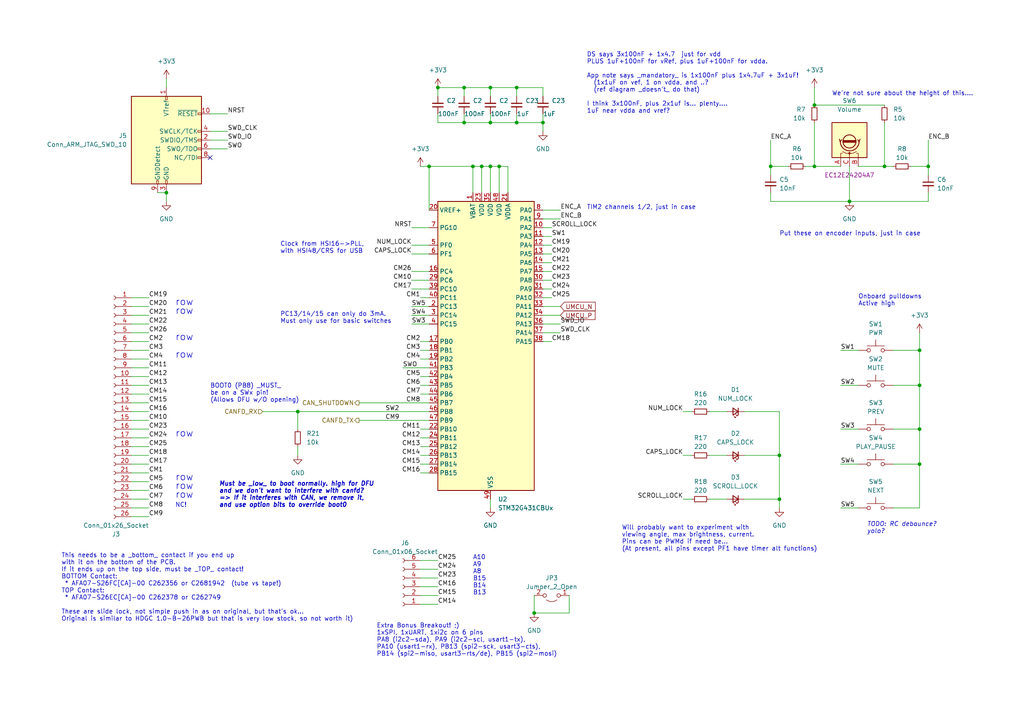
<source format=kicad_sch>
(kicad_sch (version 20230121) (generator eeschema)
  (paper "A4")
  (title_block (title "Das KB4-Bara2") (rev "r2023-12") (company "Ekta Labs") (comment 1 "http://github.com/karlp/das-kb4-bara2"))
  (lib_symbols
    (symbol "Connector:Conn_01x06_Socket" (pin_names (offset 1.016) hide)
      (property "Reference" "J" (at 0 7.62 0))
      (property "Value" "Conn_01x06_Socket" (at 0 -10.16 0))
      (symbol "Conn_01x06_Socket_1_1"
        (arc (start 0 -7.112) (mid -0.5058 -7.62) (end 0 -8.128) (stroke (width 0.1524)))
        (arc (start 0 -4.572) (mid -0.5058 -5.08) (end 0 -5.588) (stroke (width 0.1524)))
        (arc (start 0 -2.032) (mid -0.5058 -2.54) (end 0 -3.048) (stroke (width 0.1524)))
        (polyline (pts (xy -1.27 -7.62) (xy -0.508 -7.62)) (stroke (width 0.1524)))
        (polyline (pts (xy -1.27 -5.08) (xy -0.508 -5.08)) (stroke (width 0.1524)))
        (polyline (pts (xy -1.27 -2.54) (xy -0.508 -2.54)) (stroke (width 0.1524)))
        (polyline (pts (xy -1.27 0) (xy -0.508 0)) (stroke (width 0.1524)))
        (polyline (pts (xy -1.27 2.54) (xy -0.508 2.54)) (stroke (width 0.1524)))
        (polyline (pts (xy -1.27 5.08) (xy -0.508 5.08)) (stroke (width 0.1524)))
        (arc (start 0 0.508) (mid -0.5058 0) (end 0 -0.508) (stroke (width 0.1524)))
        (arc (start 0 3.048) (mid -0.5058 2.54) (end 0 2.032) (stroke (width 0.1524)))
        (arc (start 0 5.588) (mid -0.5058 5.08) (end 0 4.572) (stroke (width 0.1524)))
        (pin passive line (at -5.08 5.08 0) (length 3.81) (name "Pin_1") (number "1"))
        (pin passive line (at -5.08 2.54 0) (length 3.81) (name "Pin_2") (number "2"))
        (pin passive line (at -5.08 0 0) (length 3.81) (name "Pin_3") (number "3"))
        (pin passive line (at -5.08 -2.54 0) (length 3.81) (name "Pin_4") (number "4"))
        (pin passive line (at -5.08 -5.08 0) (length 3.81) (name "Pin_5") (number "5"))
        (pin passive line (at -5.08 -7.62 0) (length 3.81) (name "Pin_6") (number "6"))
      )
    )
    (symbol "Connector:Conn_01x26_Socket" (pin_names (offset 1.016) hide)
      (property "Reference" "J" (at 0 33.02 0))
      (property "Value" "Conn_01x26_Socket" (at 0 -35.56 0))
      (symbol "Conn_01x26_Socket_1_1"
        (arc (start 0 -32.512) (mid -0.5058 -33.02) (end 0 -33.528) (stroke (width 0.1524)))
        (arc (start 0 -29.972) (mid -0.5058 -30.48) (end 0 -30.988) (stroke (width 0.1524)))
        (arc (start 0 -27.432) (mid -0.5058 -27.94) (end 0 -28.448) (stroke (width 0.1524)))
        (arc (start 0 -24.892) (mid -0.5058 -25.4) (end 0 -25.908) (stroke (width 0.1524)))
        (arc (start 0 -22.352) (mid -0.5058 -22.86) (end 0 -23.368) (stroke (width 0.1524)))
        (arc (start 0 -19.812) (mid -0.5058 -20.32) (end 0 -20.828) (stroke (width 0.1524)))
        (arc (start 0 -17.272) (mid -0.5058 -17.78) (end 0 -18.288) (stroke (width 0.1524)))
        (arc (start 0 -14.732) (mid -0.5058 -15.24) (end 0 -15.748) (stroke (width 0.1524)))
        (arc (start 0 -12.192) (mid -0.5058 -12.7) (end 0 -13.208) (stroke (width 0.1524)))
        (arc (start 0 -9.652) (mid -0.5058 -10.16) (end 0 -10.668) (stroke (width 0.1524)))
        (arc (start 0 -7.112) (mid -0.5058 -7.62) (end 0 -8.128) (stroke (width 0.1524)))
        (arc (start 0 -4.572) (mid -0.5058 -5.08) (end 0 -5.588) (stroke (width 0.1524)))
        (arc (start 0 -2.032) (mid -0.5058 -2.54) (end 0 -3.048) (stroke (width 0.1524)))
        (polyline (pts (xy -1.27 -33.02) (xy -0.508 -33.02)) (stroke (width 0.1524)))
        (polyline (pts (xy -1.27 -30.48) (xy -0.508 -30.48)) (stroke (width 0.1524)))
        (polyline (pts (xy -1.27 -27.94) (xy -0.508 -27.94)) (stroke (width 0.1524)))
        (polyline (pts (xy -1.27 -25.4) (xy -0.508 -25.4)) (stroke (width 0.1524)))
        (polyline (pts (xy -1.27 -22.86) (xy -0.508 -22.86)) (stroke (width 0.1524)))
        (polyline (pts (xy -1.27 -20.32) (xy -0.508 -20.32)) (stroke (width 0.1524)))
        (polyline (pts (xy -1.27 -17.78) (xy -0.508 -17.78)) (stroke (width 0.1524)))
        (polyline (pts (xy -1.27 -15.24) (xy -0.508 -15.24)) (stroke (width 0.1524)))
        (polyline (pts (xy -1.27 -12.7) (xy -0.508 -12.7)) (stroke (width 0.1524)))
        (polyline (pts (xy -1.27 -10.16) (xy -0.508 -10.16)) (stroke (width 0.1524)))
        (polyline (pts (xy -1.27 -7.62) (xy -0.508 -7.62)) (stroke (width 0.1524)))
        (polyline (pts (xy -1.27 -5.08) (xy -0.508 -5.08)) (stroke (width 0.1524)))
        (polyline (pts (xy -1.27 -2.54) (xy -0.508 -2.54)) (stroke (width 0.1524)))
        (polyline (pts (xy -1.27 0) (xy -0.508 0)) (stroke (width 0.1524)))
        (polyline (pts (xy -1.27 2.54) (xy -0.508 2.54)) (stroke (width 0.1524)))
        (polyline (pts (xy -1.27 5.08) (xy -0.508 5.08)) (stroke (width 0.1524)))
        (polyline (pts (xy -1.27 7.62) (xy -0.508 7.62)) (stroke (width 0.1524)))
        (polyline (pts (xy -1.27 10.16) (xy -0.508 10.16)) (stroke (width 0.1524)))
        (polyline (pts (xy -1.27 12.7) (xy -0.508 12.7)) (stroke (width 0.1524)))
        (polyline (pts (xy -1.27 15.24) (xy -0.508 15.24)) (stroke (width 0.1524)))
        (polyline (pts (xy -1.27 17.78) (xy -0.508 17.78)) (stroke (width 0.1524)))
        (polyline (pts (xy -1.27 20.32) (xy -0.508 20.32)) (stroke (width 0.1524)))
        (polyline (pts (xy -1.27 22.86) (xy -0.508 22.86)) (stroke (width 0.1524)))
        (polyline (pts (xy -1.27 25.4) (xy -0.508 25.4)) (stroke (width 0.1524)))
        (polyline (pts (xy -1.27 27.94) (xy -0.508 27.94)) (stroke (width 0.1524)))
        (polyline (pts (xy -1.27 30.48) (xy -0.508 30.48)) (stroke (width 0.1524)))
        (arc (start 0 0.508) (mid -0.5058 0) (end 0 -0.508) (stroke (width 0.1524)))
        (arc (start 0 3.048) (mid -0.5058 2.54) (end 0 2.032) (stroke (width 0.1524)))
        (arc (start 0 5.588) (mid -0.5058 5.08) (end 0 4.572) (stroke (width 0.1524)))
        (arc (start 0 8.128) (mid -0.5058 7.62) (end 0 7.112) (stroke (width 0.1524)))
        (arc (start 0 10.668) (mid -0.5058 10.16) (end 0 9.652) (stroke (width 0.1524)))
        (arc (start 0 13.208) (mid -0.5058 12.7) (end 0 12.192) (stroke (width 0.1524)))
        (arc (start 0 15.748) (mid -0.5058 15.24) (end 0 14.732) (stroke (width 0.1524)))
        (arc (start 0 18.288) (mid -0.5058 17.78) (end 0 17.272) (stroke (width 0.1524)))
        (arc (start 0 20.828) (mid -0.5058 20.32) (end 0 19.812) (stroke (width 0.1524)))
        (arc (start 0 23.368) (mid -0.5058 22.86) (end 0 22.352) (stroke (width 0.1524)))
        (arc (start 0 25.908) (mid -0.5058 25.4) (end 0 24.892) (stroke (width 0.1524)))
        (arc (start 0 28.448) (mid -0.5058 27.94) (end 0 27.432) (stroke (width 0.1524)))
        (arc (start 0 30.988) (mid -0.5058 30.48) (end 0 29.972) (stroke (width 0.1524)))
        (pin passive line (at -5.08 30.48 0) (length 3.81) (name "Pin_1") (number "1"))
        (pin passive line (at -5.08 7.62 0) (length 3.81) (name "Pin_10") (number "10"))
        (pin passive line (at -5.08 5.08 0) (length 3.81) (name "Pin_11") (number "11"))
        (pin passive line (at -5.08 2.54 0) (length 3.81) (name "Pin_12") (number "12"))
        (pin passive line (at -5.08 0 0) (length 3.81) (name "Pin_13") (number "13"))
        (pin passive line (at -5.08 -2.54 0) (length 3.81) (name "Pin_14") (number "14"))
        (pin passive line (at -5.08 -5.08 0) (length 3.81) (name "Pin_15") (number "15"))
        (pin passive line (at -5.08 -7.62 0) (length 3.81) (name "Pin_16") (number "16"))
        (pin passive line (at -5.08 -10.16 0) (length 3.81) (name "Pin_17") (number "17"))
        (pin passive line (at -5.08 -12.7 0) (length 3.81) (name "Pin_18") (number "18"))
        (pin passive line (at -5.08 -15.24 0) (length 3.81) (name "Pin_19") (number "19"))
        (pin passive line (at -5.08 27.94 0) (length 3.81) (name "Pin_2") (number "2"))
        (pin passive line (at -5.08 -17.78 0) (length 3.81) (name "Pin_20") (number "20"))
        (pin passive line (at -5.08 -20.32 0) (length 3.81) (name "Pin_21") (number "21"))
        (pin passive line (at -5.08 -22.86 0) (length 3.81) (name "Pin_22") (number "22"))
        (pin passive line (at -5.08 -25.4 0) (length 3.81) (name "Pin_23") (number "23"))
        (pin passive line (at -5.08 -27.94 0) (length 3.81) (name "Pin_24") (number "24"))
        (pin passive line (at -5.08 -30.48 0) (length 3.81) (name "Pin_25") (number "25"))
        (pin passive line (at -5.08 -33.02 0) (length 3.81) (name "Pin_26") (number "26"))
        (pin passive line (at -5.08 25.4 0) (length 3.81) (name "Pin_3") (number "3"))
        (pin passive line (at -5.08 22.86 0) (length 3.81) (name "Pin_4") (number "4"))
        (pin passive line (at -5.08 20.32 0) (length 3.81) (name "Pin_5") (number "5"))
        (pin passive line (at -5.08 17.78 0) (length 3.81) (name "Pin_6") (number "6"))
        (pin passive line (at -5.08 15.24 0) (length 3.81) (name "Pin_7") (number "7"))
        (pin passive line (at -5.08 12.7 0) (length 3.81) (name "Pin_8") (number "8"))
        (pin passive line (at -5.08 10.16 0) (length 3.81) (name "Pin_9") (number "9"))
      )
    )
    (symbol "Connector:Conn_ARM_JTAG_SWD_10" (pin_names (offset 1.016))
      (property "Reference" "J" (at -2.54 16.51 0))
      (property "Value" "Conn_ARM_JTAG_SWD_10" (at -2.54 13.97 0))
      (symbol "Conn_ARM_JTAG_SWD_10_0_1"
        (rectangle (start -10.16 12.7) (end 10.16 -12.7) (stroke (width 0.254)) (fill (type background)))
        (rectangle (start -2.794 -12.7) (end -2.286 -11.684))
        (rectangle (start -0.254 -12.7) (end 0.254 -11.684))
        (rectangle (start -0.254 12.7) (end 0.254 11.684))
        (rectangle (start 9.144 2.286) (end 10.16 2.794))
        (rectangle (start 10.16 -2.794) (end 9.144 -2.286))
        (rectangle (start 10.16 -0.254) (end 9.144 0.254))
        (rectangle (start 10.16 7.874) (end 9.144 7.366))
      )
      (symbol "Conn_ARM_JTAG_SWD_10_1_1"
        (rectangle (start 9.144 -5.334) (end 10.16 -4.826))
        (pin power_in line (at 0 15.24 270) (length 2.54) (name "VTref") (number "1"))
        (pin open_collector line (at 12.7 7.62 180) (length 2.54) (name "~{RESET}") (number "10"))
        (pin bidirectional line (at 12.7 0 180) (length 2.54) (name "SWDIO/TMS") (number "2"))
        (pin power_in line (at 0 -15.24 90) (length 2.54) (name "GND") (number "3"))
        (pin output line (at 12.7 2.54 180) (length 2.54) (name "SWCLK/TCK") (number "4"))
        (pin passive line (at 0 -15.24 90) (length 2.54) hide (name "GND") (number "5"))
        (pin input line (at 12.7 -2.54 180) (length 2.54) (name "SWO/TDO") (number "6"))
        (pin no_connect line (at -10.16 0 0) (length 2.54) hide (name "KEY") (number "7"))
        (pin output line (at 12.7 -5.08 180) (length 2.54) (name "NC/TDI") (number "8"))
        (pin passive line (at -2.54 -15.24 90) (length 2.54) (name "GNDDetect") (number "9"))
      )
    )
    (symbol "Device:C_Small" (pin_numbers hide) (pin_names (offset 0.254) hide)
      (property "Reference" "C" (at 0.254 1.778 0))
      (property "Value" "C_Small" (at 0.254 -2.032 0))
      (symbol "C_Small_0_1"
        (polyline (pts (xy -1.524 -0.508) (xy 1.524 -0.508)) (stroke (width 0.3302)))
        (polyline (pts (xy -1.524 0.508) (xy 1.524 0.508)) (stroke (width 0.3048)))
      )
      (symbol "C_Small_1_1"
        (pin passive line (at 0 2.54 270) (length 2.032) (name "~") (number "1"))
        (pin passive line (at 0 -2.54 90) (length 2.032) (name "~") (number "2"))
      )
    )
    (symbol "Device:LED_Small" (pin_numbers hide) (pin_names (offset 0.254) hide)
      (property "Reference" "D" (at -1.27 3.175 0))
      (property "Value" "LED_Small" (at -4.445 -2.54 0))
      (symbol "LED_Small_0_1"
        (polyline (pts (xy -0.762 -1.016) (xy -0.762 1.016)) (stroke (width 0.254)))
        (polyline (pts (xy 1.016 0) (xy -0.762 0)))
        (polyline (pts (xy 0.762 -1.016) (xy -0.762 0) (xy 0.762 1.016) (xy 0.762 -1.016)) (stroke (width 0.254)))
        (polyline (pts (xy 0 0.762) (xy -0.508 1.27) (xy -0.254 1.27) (xy -0.508 1.27) (xy -0.508 1.016)))
        (polyline (pts (xy 0.508 1.27) (xy 0 1.778) (xy 0.254 1.778) (xy 0 1.778) (xy 0 1.524)))
      )
      (symbol "LED_Small_1_1"
        (pin passive line (at -2.54 0 0) (length 1.778) (name "K") (number "1"))
        (pin passive line (at 2.54 0 180) (length 1.778) (name "A") (number "2"))
      )
    )
    (symbol "Device:R_Small" (pin_numbers hide) (pin_names (offset 0.254) hide)
      (property "Reference" "R" (at 0.762 0.508 0))
      (property "Value" "R_Small" (at 0.762 -1.016 0))
      (symbol "R_Small_0_1"
        (rectangle (start -0.762 1.778) (end 0.762 -1.778) (stroke (width 0.2032)))
      )
      (symbol "R_Small_1_1"
        (pin passive line (at 0 2.54 270) (length 0.762) (name "~") (number "1"))
        (pin passive line (at 0 -2.54 90) (length 0.762) (name "~") (number "2"))
      )
    )
    (symbol "Device:RotaryEncoder" (pin_names (offset 0.254) hide)
      (property "Reference" "SW" (at 0 6.604 0))
      (property "Value" "RotaryEncoder" (at 0 -6.604 0))
      (symbol "RotaryEncoder_0_1"
        (rectangle (start -5.08 5.08) (end 5.08 -5.08) (stroke (width 0.254)) (fill (type background)))
        (circle (center -3.81 0) (radius 0.254) (fill (type outline)))
        (circle (center -0.381 0) (radius 1.905) (stroke (width 0.254)))
        (arc (start -0.381 2.667) (mid -3.0988 -0.0635) (end -0.381 -2.794) (stroke (width 0.254)))
        (polyline (pts (xy -0.635 -1.778) (xy -0.635 1.778)) (stroke (width 0.254)))
        (polyline (pts (xy -0.381 -1.778) (xy -0.381 1.778)) (stroke (width 0.254)))
        (polyline (pts (xy -0.127 1.778) (xy -0.127 -1.778)) (stroke (width 0.254)))
        (polyline (pts (xy -5.08 -2.54) (xy -3.81 -2.54) (xy -3.81 -2.032)))
        (polyline (pts (xy -5.08 2.54) (xy -3.81 2.54) (xy -3.81 2.032)))
        (polyline (pts (xy 0.254 -3.048) (xy -0.508 -2.794) (xy 0.127 -2.413)) (stroke (width 0.254)))
        (polyline (pts (xy 0.254 2.921) (xy -0.508 2.667) (xy 0.127 2.286)) (stroke (width 0.254)))
        (polyline (pts (xy -5.08 0) (xy -3.81 0) (xy -3.81 -1.016) (xy -3.302 -2.032)))
        (polyline (pts (xy -4.318 0) (xy -3.81 0) (xy -3.81 1.016) (xy -3.302 2.032)))
      )
      (symbol "RotaryEncoder_1_1"
        (pin passive line (at -7.62 2.54 0) (length 2.54) (name "A") (number "A"))
        (pin passive line (at -7.62 -2.54 0) (length 2.54) (name "B") (number "B"))
        (pin passive line (at -7.62 0 0) (length 2.54) (name "C") (number "C"))
      )
    )
    (symbol "Jumper:Jumper_2_Open" (pin_names (offset 0) hide)
      (property "Reference" "JP" (at 0 2.794 0))
      (property "Value" "Jumper_2_Open" (at 0 -2.286 0))
      (symbol "Jumper_2_Open_0_0"
        (circle (center -2.032 0) (radius 0.508))
        (circle (center 2.032 0) (radius 0.508))
      )
      (symbol "Jumper_2_Open_0_1"
        (arc (start 1.524 1.27) (mid 0 1.778) (end -1.524 1.27))
      )
      (symbol "Jumper_2_Open_1_1"
        (pin passive line (at -5.08 0 0) (length 2.54) (name "A") (number "1"))
        (pin passive line (at 5.08 0 180) (length 2.54) (name "B") (number "2"))
      )
    )
    (symbol "MCU_ST_STM32G4:STM32G431CBUx"
      (property "Reference" "U" (at -12.7 44.45 0))
      (property "Value" "STM32G431CBUx" (at 10.16 44.45 0))
      (symbol "STM32G431CBUx_0_1"
        (rectangle (start -12.7 -40.64) (end 15.24 43.18) (stroke (width 0.254)) (fill (type background)))
      )
      (symbol "STM32G431CBUx_1_1"
        (pin power_in line (at -2.54 45.72 270) (length 2.54) (name "VBAT") (number "1"))
        (pin bidirectional line (at 17.78 35.56 180) (length 2.54) (name "PA2") (number "10"))
        (pin bidirectional line (at 17.78 33.02 180) (length 2.54) (name "PA3") (number "11"))
        (pin bidirectional line (at 17.78 30.48 180) (length 2.54) (name "PA4") (number "12"))
        (pin bidirectional line (at 17.78 27.94 180) (length 2.54) (name "PA5") (number "13"))
        (pin bidirectional line (at 17.78 25.4 180) (length 2.54) (name "PA6") (number "14"))
        (pin bidirectional line (at 17.78 22.86 180) (length 2.54) (name "PA7") (number "15"))
        (pin bidirectional line (at -15.24 22.86 0) (length 2.54) (name "PC4") (number "16"))
        (pin bidirectional line (at -15.24 2.54 0) (length 2.54) (name "PB0") (number "17"))
        (pin bidirectional line (at -15.24 0 0) (length 2.54) (name "PB1") (number "18"))
        (pin bidirectional line (at -15.24 -2.54 0) (length 2.54) (name "PB2") (number "19"))
        (pin bidirectional line (at -15.24 12.7 0) (length 2.54) (name "PC13") (number "2"))
        (pin input line (at -15.24 40.64 0) (length 2.54) (name "VREF+") (number "20"))
        (pin power_in line (at 7.62 45.72 270) (length 2.54) (name "VDDA") (number "21"))
        (pin bidirectional line (at -15.24 -22.86 0) (length 2.54) (name "PB10") (number "22"))
        (pin power_in line (at 0 45.72 270) (length 2.54) (name "VDD") (number "23"))
        (pin bidirectional line (at -15.24 -25.4 0) (length 2.54) (name "PB11") (number "24"))
        (pin bidirectional line (at -15.24 -27.94 0) (length 2.54) (name "PB12") (number "25"))
        (pin bidirectional line (at -15.24 -30.48 0) (length 2.54) (name "PB13") (number "26"))
        (pin bidirectional line (at -15.24 -33.02 0) (length 2.54) (name "PB14") (number "27"))
        (pin bidirectional line (at -15.24 -35.56 0) (length 2.54) (name "PB15") (number "28"))
        (pin bidirectional line (at -15.24 20.32 0) (length 2.54) (name "PC6") (number "29"))
        (pin bidirectional line (at -15.24 10.16 0) (length 2.54) (name "PC14") (number "3"))
        (pin bidirectional line (at 17.78 20.32 180) (length 2.54) (name "PA8") (number "30"))
        (pin bidirectional line (at 17.78 17.78 180) (length 2.54) (name "PA9") (number "31"))
        (pin bidirectional line (at 17.78 15.24 180) (length 2.54) (name "PA10") (number "32"))
        (pin bidirectional line (at 17.78 12.7 180) (length 2.54) (name "PA11") (number "33"))
        (pin bidirectional line (at 17.78 10.16 180) (length 2.54) (name "PA12") (number "34"))
        (pin power_in line (at 2.54 45.72 270) (length 2.54) (name "VDD") (number "35"))
        (pin bidirectional line (at 17.78 7.62 180) (length 2.54) (name "PA13") (number "36"))
        (pin bidirectional line (at 17.78 5.08 180) (length 2.54) (name "PA14") (number "37"))
        (pin bidirectional line (at 17.78 2.54 180) (length 2.54) (name "PA15") (number "38"))
        (pin bidirectional line (at -15.24 17.78 0) (length 2.54) (name "PC10") (number "39"))
        (pin bidirectional line (at -15.24 7.62 0) (length 2.54) (name "PC15") (number "4"))
        (pin bidirectional line (at -15.24 15.24 0) (length 2.54) (name "PC11") (number "40"))
        (pin bidirectional line (at -15.24 -5.08 0) (length 2.54) (name "PB3") (number "41"))
        (pin bidirectional line (at -15.24 -7.62 0) (length 2.54) (name "PB4") (number "42"))
        (pin bidirectional line (at -15.24 -10.16 0) (length 2.54) (name "PB5") (number "43"))
        (pin bidirectional line (at -15.24 -12.7 0) (length 2.54) (name "PB6") (number "44"))
        (pin bidirectional line (at -15.24 -15.24 0) (length 2.54) (name "PB7") (number "45"))
        (pin bidirectional line (at -15.24 -17.78 0) (length 2.54) (name "PB8") (number "46"))
        (pin bidirectional line (at -15.24 -20.32 0) (length 2.54) (name "PB9") (number "47"))
        (pin power_in line (at 5.08 45.72 270) (length 2.54) (name "VDD") (number "48"))
        (pin power_in line (at 2.54 -43.18 90) (length 2.54) (name "VSS") (number "49"))
        (pin bidirectional line (at -15.24 30.48 0) (length 2.54) (name "PF0") (number "5"))
        (pin bidirectional line (at -15.24 27.94 0) (length 2.54) (name "PF1") (number "6"))
        (pin bidirectional line (at -15.24 35.56 0) (length 2.54) (name "PG10") (number "7"))
        (pin bidirectional line (at 17.78 40.64 180) (length 2.54) (name "PA0") (number "8"))
        (pin bidirectional line (at 17.78 38.1 180) (length 2.54) (name "PA1") (number "9"))
      )
    )
    (symbol "Switch:SW_Push" (pin_numbers hide) (pin_names (offset 1.016) hide)
      (property "Reference" "SW" (at 1.27 2.54 0))
      (property "Value" "SW_Push" (at 0 -1.524 0))
      (symbol "SW_Push_0_1"
        (circle (center -2.032 0) (radius 0.508))
        (polyline (pts (xy 0 1.27) (xy 0 3.048)))
        (polyline (pts (xy 2.54 1.27) (xy -2.54 1.27)))
        (circle (center 2.032 0) (radius 0.508))
        (pin passive line (at -5.08 0 0) (length 2.54) (name "1") (number "1"))
        (pin passive line (at 5.08 0 180) (length 2.54) (name "2") (number "2"))
      )
    )
    (symbol "power:+3V3" (power) (pin_names (offset 0))
      (property "Value" "+3V3" (at 0 3.556 0))
      (symbol "+3V3_0_1"
        (polyline (pts (xy -0.762 1.27) (xy 0 2.54)))
        (polyline (pts (xy 0 0) (xy 0 2.54)))
        (polyline (pts (xy 0 2.54) (xy 0.762 1.27)))
      )
      (symbol "+3V3_1_1"
        (pin power_in line (at 0 0 90) (length 0) hide (name "+3V3") (number "1"))
      )
    )
    (symbol "power:GND" (power) (pin_names (offset 0))
      (property "Value" "GND" (at 0 -3.81 0))
      (symbol "GND_0_1"
        (polyline (pts (xy 0 0) (xy 0 -1.27) (xy 1.27 -1.27) (xy 0 -2.54) (xy -1.27 -1.27) (xy 0 -1.27)))
      )
      (symbol "GND_1_1"
        (pin power_in line (at 0 0 270) (length 0) hide (name "GND") (number "1"))
      )
    )
  )
  (junction (at 134.62 35.56))
  (junction (at 142.24 25.4))
  (junction (at 154.94 177.8))
  (junction (at 139.7 48.26))
  (junction (at 269.24 48.26))
  (junction (at 149.86 35.56))
  (junction (at 142.24 35.56))
  (junction (at 266.7 124.46))
  (junction (at 266.7 134.62))
  (junction (at 266.7 111.76))
  (junction (at 48.26 55.88))
  (junction (at 134.62 25.4))
  (junction (at 142.24 48.26))
  (junction (at 256.54 48.26))
  (junction (at 226.06 144.78))
  (junction (at 236.22 30.48))
  (junction (at 236.22 48.26))
  (junction (at 157.48 35.56))
  (junction (at 137.16 48.26))
  (junction (at 226.06 132.08))
  (junction (at 223.52 48.26))
  (junction (at 86.36 119.38))
  (junction (at 149.86 25.4))
  (junction (at 144.78 48.26))
  (junction (at 246.38 58.42))
  (junction (at 124.46 48.26))
  (junction (at 266.7 101.6))
  (junction (at 127 25.4))
  (no_connect (at 60.96 45.72))
  (wire (pts (xy 43.18 96.52) (xy 38.1 96.52)))
  (wire (pts (xy 43.18 144.78) (xy 38.1 144.78)))
  (wire (pts (xy 43.18 91.44) (xy 38.1 91.44)))
  (wire (pts (xy 266.7 134.62) (xy 266.7 147.32)))
  (wire (pts (xy 243.84 101.6) (xy 248.92 101.6)))
  (wire (pts (xy 127 27.94) (xy 127 25.4)))
  (wire (pts (xy 119.38 71.12) (xy 124.46 71.12)))
  (wire (pts (xy 147.32 48.26) (xy 144.78 48.26)))
  (wire (pts (xy 43.18 88.9) (xy 38.1 88.9)))
  (wire (pts (xy 157.48 60.96) (xy 162.56 60.96)))
  (wire (pts (xy 139.7 48.26) (xy 137.16 48.26)))
  (wire (pts (xy 43.18 101.6) (xy 38.1 101.6)))
  (wire (pts (xy 269.24 58.42) (xy 246.38 58.42)))
  (wire (pts (xy 48.26 22.86) (xy 48.26 25.4)))
  (wire (pts (xy 127 165.1) (xy 121.92 165.1)))
  (wire (pts (xy 223.52 40.64) (xy 223.52 48.26)))
  (wire (pts (xy 134.62 35.56) (xy 142.24 35.56)))
  (wire (pts (xy 157.48 63.5) (xy 162.56 63.5)))
  (wire (pts (xy 165.1 177.8) (xy 154.94 177.8)))
  (wire (pts (xy 142.24 48.26) (xy 142.24 55.88)))
  (wire (pts (xy 160.02 86.36) (xy 157.48 86.36)))
  (wire (pts (xy 243.84 147.32) (xy 248.92 147.32)))
  (wire (pts (xy 121.92 114.3) (xy 124.46 114.3)))
  (wire (pts (xy 266.7 96.52) (xy 266.7 101.6)))
  (wire (pts (xy 205.74 132.08) (xy 210.82 132.08)))
  (wire (pts (xy 160.02 68.58) (xy 157.48 68.58)))
  (wire (pts (xy 43.18 127) (xy 38.1 127)))
  (wire (pts (xy 236.22 35.56) (xy 236.22 48.26)))
  (wire (pts (xy 119.38 91.44) (xy 124.46 91.44)))
  (wire (pts (xy 86.36 119.38) (xy 124.46 119.38)))
  (wire (pts (xy 121.92 132.08) (xy 124.46 132.08)))
  (wire (pts (xy 198.12 119.38) (xy 200.66 119.38)))
  (wire (pts (xy 264.16 48.26) (xy 269.24 48.26)))
  (wire (pts (xy 160.02 78.74) (xy 157.48 78.74)))
  (wire (pts (xy 154.94 172.72) (xy 154.94 177.8)))
  (wire (pts (xy 157.48 91.44) (xy 162.56 91.44)))
  (wire (pts (xy 149.86 35.56) (xy 157.48 35.56)))
  (wire (pts (xy 43.18 139.7) (xy 38.1 139.7)))
  (wire (pts (xy 223.52 48.26) (xy 223.52 50.8)))
  (wire (pts (xy 223.52 55.88) (xy 223.52 58.42)))
  (wire (pts (xy 134.62 25.4) (xy 142.24 25.4)))
  (wire (pts (xy 43.18 106.68) (xy 38.1 106.68)))
  (wire (pts (xy 121.92 137.16) (xy 124.46 137.16)))
  (wire (pts (xy 43.18 129.54) (xy 38.1 129.54)))
  (wire (pts (xy 139.7 48.26) (xy 139.7 55.88)))
  (wire (pts (xy 121.92 109.22) (xy 124.46 109.22)))
  (wire (pts (xy 121.92 162.56) (xy 127 162.56)))
  (wire (pts (xy 127 172.72) (xy 121.92 172.72)))
  (wire (pts (xy 259.08 147.32) (xy 266.7 147.32)))
  (wire (pts (xy 43.18 142.24) (xy 38.1 142.24)))
  (wire (pts (xy 119.38 66.04) (xy 124.46 66.04)))
  (wire (pts (xy 160.02 66.04) (xy 157.48 66.04)))
  (wire (pts (xy 160.02 73.66) (xy 157.48 73.66)))
  (wire (pts (xy 236.22 25.4) (xy 236.22 30.48)))
  (wire (pts (xy 157.48 88.9) (xy 162.56 88.9)))
  (wire (pts (xy 116.84 106.68) (xy 124.46 106.68)))
  (wire (pts (xy 43.18 116.84) (xy 38.1 116.84)))
  (wire (pts (xy 243.84 134.62) (xy 248.92 134.62)))
  (wire (pts (xy 269.24 55.88) (xy 269.24 58.42)))
  (wire (pts (xy 43.18 132.08) (xy 38.1 132.08)))
  (wire (pts (xy 142.24 33.02) (xy 142.24 35.56)))
  (wire (pts (xy 76.2 119.38) (xy 86.36 119.38)))
  (wire (pts (xy 66.04 43.18) (xy 60.96 43.18)))
  (wire (pts (xy 43.18 124.46) (xy 38.1 124.46)))
  (wire (pts (xy 137.16 48.26) (xy 124.46 48.26)))
  (wire (pts (xy 43.18 99.06) (xy 38.1 99.06)))
  (wire (pts (xy 119.38 88.9) (xy 124.46 88.9)))
  (wire (pts (xy 127 170.18) (xy 121.92 170.18)))
  (wire (pts (xy 86.36 119.38) (xy 86.36 124.46)))
  (wire (pts (xy 134.62 27.94) (xy 134.62 25.4)))
  (wire (pts (xy 119.38 93.98) (xy 124.46 93.98)))
  (wire (pts (xy 215.9 119.38) (xy 226.06 119.38)))
  (wire (pts (xy 127 175.26) (xy 121.92 175.26)))
  (wire (pts (xy 124.46 48.26) (xy 121.92 48.26)))
  (wire (pts (xy 43.18 111.76) (xy 38.1 111.76)))
  (wire (pts (xy 43.18 93.98) (xy 38.1 93.98)))
  (wire (pts (xy 119.38 81.28) (xy 124.46 81.28)))
  (wire (pts (xy 149.86 33.02) (xy 149.86 35.56)))
  (wire (pts (xy 121.92 129.54) (xy 124.46 129.54)))
  (wire (pts (xy 43.18 109.22) (xy 38.1 109.22)))
  (wire (pts (xy 142.24 27.94) (xy 142.24 25.4)))
  (wire (pts (xy 43.18 137.16) (xy 38.1 137.16)))
  (wire (pts (xy 246.38 48.26) (xy 246.38 58.42)))
  (wire (pts (xy 43.18 149.86) (xy 38.1 149.86)))
  (wire (pts (xy 121.92 124.46) (xy 124.46 124.46)))
  (wire (pts (xy 266.7 124.46) (xy 266.7 134.62)))
  (wire (pts (xy 142.24 35.56) (xy 149.86 35.56)))
  (wire (pts (xy 45.72 55.88) (xy 48.26 55.88)))
  (wire (pts (xy 137.16 48.26) (xy 137.16 55.88)))
  (wire (pts (xy 259.08 134.62) (xy 266.7 134.62)))
  (wire (pts (xy 226.06 144.78) (xy 226.06 147.32)))
  (wire (pts (xy 127 167.64) (xy 121.92 167.64)))
  (wire (pts (xy 144.78 48.26) (xy 144.78 55.88)))
  (wire (pts (xy 259.08 101.6) (xy 266.7 101.6)))
  (wire (pts (xy 149.86 25.4) (xy 157.48 25.4)))
  (wire (pts (xy 121.92 127) (xy 124.46 127)))
  (wire (pts (xy 223.52 58.42) (xy 246.38 58.42)))
  (wire (pts (xy 43.18 147.32) (xy 38.1 147.32)))
  (wire (pts (xy 43.18 104.14) (xy 38.1 104.14)))
  (wire (pts (xy 157.48 93.98) (xy 162.56 93.98)))
  (wire (pts (xy 160.02 76.2) (xy 157.48 76.2)))
  (wire (pts (xy 198.12 132.08) (xy 200.66 132.08)))
  (wire (pts (xy 157.48 33.02) (xy 157.48 35.56)))
  (wire (pts (xy 104.14 116.84) (xy 124.46 116.84)))
  (wire (pts (xy 215.9 144.78) (xy 226.06 144.78)))
  (wire (pts (xy 256.54 35.56) (xy 256.54 48.26)))
  (wire (pts (xy 48.26 55.88) (xy 48.26 58.42)))
  (wire (pts (xy 160.02 83.82) (xy 157.48 83.82)))
  (wire (pts (xy 269.24 40.64) (xy 269.24 48.26)))
  (wire (pts (xy 226.06 132.08) (xy 226.06 144.78)))
  (wire (pts (xy 160.02 81.28) (xy 157.48 81.28)))
  (wire (pts (xy 121.92 86.36) (xy 124.46 86.36)))
  (wire (pts (xy 236.22 48.26) (xy 243.84 48.26)))
  (wire (pts (xy 43.18 114.3) (xy 38.1 114.3)))
  (wire (pts (xy 160.02 71.12) (xy 157.48 71.12)))
  (wire (pts (xy 215.9 132.08) (xy 226.06 132.08)))
  (wire (pts (xy 142.24 48.26) (xy 139.7 48.26)))
  (wire (pts (xy 147.32 55.88) (xy 147.32 48.26)))
  (wire (pts (xy 243.84 111.76) (xy 248.92 111.76)))
  (wire (pts (xy 233.68 48.26) (xy 236.22 48.26)))
  (wire (pts (xy 121.92 101.6) (xy 124.46 101.6)))
  (wire (pts (xy 269.24 48.26) (xy 269.24 50.8)))
  (wire (pts (xy 60.96 33.02) (xy 66.04 33.02)))
  (wire (pts (xy 104.14 121.92) (xy 124.46 121.92)))
  (wire (pts (xy 157.48 96.52) (xy 162.56 96.52)))
  (wire (pts (xy 43.18 86.36) (xy 38.1 86.36)))
  (wire (pts (xy 266.7 111.76) (xy 266.7 124.46)))
  (wire (pts (xy 259.08 124.46) (xy 266.7 124.46)))
  (wire (pts (xy 43.18 121.92) (xy 38.1 121.92)))
  (wire (pts (xy 157.48 35.56) (xy 157.48 38.1)))
  (wire (pts (xy 119.38 73.66) (xy 124.46 73.66)))
  (wire (pts (xy 259.08 111.76) (xy 266.7 111.76)))
  (wire (pts (xy 124.46 48.26) (xy 124.46 60.96)))
  (wire (pts (xy 127 33.02) (xy 127 35.56)))
  (wire (pts (xy 149.86 27.94) (xy 149.86 25.4)))
  (wire (pts (xy 66.04 40.64) (xy 60.96 40.64)))
  (wire (pts (xy 121.92 99.06) (xy 124.46 99.06)))
  (wire (pts (xy 134.62 33.02) (xy 134.62 35.56)))
  (wire (pts (xy 198.12 144.78) (xy 200.66 144.78)))
  (wire (pts (xy 236.22 30.48) (xy 256.54 30.48)))
  (wire (pts (xy 86.36 129.54) (xy 86.36 132.08)))
  (wire (pts (xy 119.38 78.74) (xy 124.46 78.74)))
  (wire (pts (xy 121.92 104.14) (xy 124.46 104.14)))
  (wire (pts (xy 121.92 111.76) (xy 124.46 111.76)))
  (wire (pts (xy 119.38 83.82) (xy 124.46 83.82)))
  (wire (pts (xy 228.6 48.26) (xy 223.52 48.26)))
  (wire (pts (xy 165.1 172.72) (xy 165.1 177.8)))
  (wire (pts (xy 43.18 119.38) (xy 38.1 119.38)))
  (wire (pts (xy 160.02 99.06) (xy 157.48 99.06)))
  (wire (pts (xy 121.92 134.62) (xy 124.46 134.62)))
  (wire (pts (xy 157.48 27.94) (xy 157.48 25.4)))
  (wire (pts (xy 226.06 119.38) (xy 226.06 132.08)))
  (wire (pts (xy 142.24 144.78) (xy 142.24 147.32)))
  (wire (pts (xy 43.18 134.62) (xy 38.1 134.62)))
  (wire (pts (xy 205.74 144.78) (xy 210.82 144.78)))
  (wire (pts (xy 248.92 48.26) (xy 256.54 48.26)))
  (wire (pts (xy 66.04 38.1) (xy 60.96 38.1)))
  (wire (pts (xy 142.24 25.4) (xy 149.86 25.4)))
  (wire (pts (xy 127 35.56) (xy 134.62 35.56)))
  (wire (pts (xy 127 25.4) (xy 134.62 25.4)))
  (wire (pts (xy 256.54 48.26) (xy 259.08 48.26)))
  (wire (pts (xy 205.74 119.38) (xy 210.82 119.38)))
  (wire (pts (xy 243.84 124.46) (xy 248.92 124.46)))
  (wire (pts (xy 266.7 101.6) (xy 266.7 111.76)))
  (wire (pts (xy 144.78 48.26) (xy 142.24 48.26)))
  (text "NC!" (at 50.8 147.32 0) (effects (font (size 1.27 1.27)) (justify left bottom)))
  (text "Must be _low_ to boot normally. high for DFU\nand we don't want to interfere with canfd?\n=> If it interferes with CAN, we remove it,\nand use option bits to override boot0" (at 63.5 147.32 0) (effects (font (size 1.27 1.27) bold italic) (justify left bottom)))
  (text "This needs to be a _bottom_ contact if you end up\nwith it on the bottom of the PCB.\nIf it ends up on the top side, must be _TOP_ contact!\nBOTTOM Contact:\n * AFA07-S26FC[CA]-00 C262356 or C2681942  (tube vs tape!)\nTOP Contact:\n * AFA07-S26EC[CA]-00 C262378 or C262749\n\nThese are slide lock, not simple push in as on original, but that's ok...\nOriginal is similar to HDGC 1.0-B-26PWB but that is very low stock, so not worth it)" (at 17.78 180.34 0) (effects (font (size 1.27 1.27)) (justify left bottom)))
  (text "row" (at 50.8 104.14 0) (effects (font (size 2 2)) (justify left bottom)))
  (text "Power budget:\nLEDS 3x5mA => 15mA max\nMCU:\n * core: 44mA  @ 170MHZ full steam\n * all peripherals 250uA/Mhz @ 170MHZ => 43mA\n=> 100mA => 200mA is _plenty_ here....\nMCU allows 20mA / pin, max, theoretical, 100mA max.\nSo we're fine with 5mA leds, no matter how we slice/dice.\nMatrices use.... less?" (at -63.5 40.64 0) (effects (font (size 1.27 1.27)) (justify left bottom)))
  (text "row" (at 50.8 99.06 0) (effects (font (size 2 2)) (justify left bottom)))
  (text "TODO: RC debounce?\nyolo?" (at 251.46 154.94 0) (effects (font (size 1.27 1.27) italic) (justify left bottom)))
  (text "BOOT0 (PB8) _MUST_\nbe on a SWx pin!\n(Allows DFU w/O opening)" (at 60.96 116.84 0) (effects (font (size 1.27 1.27)) (justify left bottom)))
  (text "row" (at 50.8 88.9 0) (effects (font (size 2 2)) (justify left bottom)))
  (text "row" (at 50.8 144.78 0) (effects (font (size 2 2)) (justify left bottom)))
  (text "row" (at 50.8 91.44 0) (effects (font (size 2 2)) (justify left bottom)))
  (text "Will probably want to experiment with\nviewing angle, max brightness, current.\nPins can be PWMd if need be...\n(At present, all pins except PF1 have timer alt functions)" (at 180.34 160.02 0) (effects (font (size 1.27 1.27)) (justify left bottom)))
  (text "row" (at 50.8 127 0) (effects (font (size 2 2)) (justify left bottom)))
  (text "DS says 3x100nF + 1x4.7  just for vdd\nPLUS 1uF+100nF for vRef, plus 1uF+100nF for vdda.\n\nApp note says _mandatory_ is 1x100nF plus 1x4.7uF + 3x1uF!\n  (1x1uF on vef, 1 on vdda, and ..?\n  (ref diagram _doesn't_ do that)\n\nI think 3x100nF, plus 2x1uf is... plenty....\n1uF near vdda and vref?" (at 170.18 33.02 0) (effects (font (size 1.27 1.27)) (justify left bottom)))
  (text "Put these on encoder inputs, just in case" (at 226.06 68.58 0) (effects (font (size 1.27 1.27)) (justify left bottom)))
  (text "Extra Bonus Breakout! ;)\n1xSPI, 1xUART, 1xi2c on 6 pins\nPA8 (i2c2-sda), PA9 (i2c2-scl, usart1-tx),\nPA10 (usart1-rx), PB13 (spi2-sck, usart3-cts),\nPB14 (spi2-miso, usart3-rts/de), PB15 (spi2-mosi)" (at 109.22 190.5 0) (effects (font (size 1.27 1.27)) (justify left bottom)))
  (text "PC13/14/15 can only do 3mA.\nMust only use for basic switches" (at 81.28 93.98 0) (effects (font (size 1.27 1.27)) (justify left bottom)))
  (text "row" (at 50.8 139.7 0) (effects (font (size 2 2)) (justify left bottom)))
  (text "TIM2 channels 1/2, just in case\n" (at 170.18 60.96 0) (effects (font (size 1.27 1.27)) (justify left bottom)))
  (text "row" (at 50.8 142.24 0) (effects (font (size 2 2)) (justify left bottom)))
  (text "Onboard pulldowns\nActive high" (at 248.92 88.9 0) (effects (font (size 1.27 1.27)) (justify left bottom)))
  (text "Clock from HSI16->PLL,\nwith HSI48/CRS for USB\n" (at 81.28 73.66 0) (effects (font (size 1.27 1.27)) (justify left bottom)))
  (text "A10\nA9\nA8\nB15\nB14\nB13" (at 137.16 172.72 0) (effects (font (size 1.27 1.27)) (justify left bottom)))
  (text "We're not sure about the height of this...." (at 241.3 27.94 0) (effects (font (size 1.27 1.27)) (justify left bottom)))
  (label "CM14" (at 43.18 114.3 0))
  (label "CM20" (at 160.02 73.66 0))
  (label "CM5" (at 43.18 139.7 0))
  (label "SW1" (at 160.02 68.58 0))
  (label "CM9" (at 111.76 121.92 0))
  (label "SW5" (at 243.84 147.32 0))
  (label "CM13" (at 121.92 129.54 180))
  (label "NRST" (at 66.04 33.02 0))
  (label "CM19" (at 160.02 71.12 0))
  (label "CM6" (at 121.92 111.76 180))
  (label "CM16" (at 121.92 137.16 180))
  (label "CM22" (at 43.18 93.98 0))
  (label "CM15" (at 43.18 116.84 0))
  (label "CM22" (at 160.02 78.74 0))
  (label "CM17" (at 119.38 83.82 180))
  (label "CM23" (at 127 167.64 0))
  (label "SW5" (at 119.38 88.9 0))
  (label "ENC_B" (at 162.56 63.5 0))
  (label "CM23" (at 43.18 124.46 0))
  (label "CM2" (at 43.18 99.06 0))
  (label "CM1" (at 43.18 137.16 0))
  (label "CM11" (at 43.18 106.68 0))
  (label "CM7" (at 43.18 144.78 0))
  (label "SWD_IO" (at 66.04 40.64 0))
  (label "CM3" (at 121.92 101.6 180))
  (label "CM24" (at 160.02 83.82 0))
  (label "CM4" (at 43.18 104.14 0))
  (label "CM18" (at 160.02 99.06 0))
  (label "CM12" (at 43.18 109.22 0))
  (label "CM26" (at 119.38 78.74 180))
  (label "CM21" (at 160.02 76.2 0))
  (label "SWO" (at 116.84 106.68 0))
  (label "SW1" (at 243.84 101.6 0))
  (label "CM11" (at 121.92 124.46 180))
  (label "CM10" (at 43.18 121.92 0))
  (label "SWD_CLK" (at 162.56 96.52 0))
  (label "CM25" (at 160.02 86.36 0))
  (label "CM23" (at 160.02 81.28 0))
  (label "CM15" (at 127 172.72 0))
  (label "CM8" (at 121.92 116.84 180))
  (label "CM26" (at 43.18 96.52 0))
  (label "CM25" (at 43.18 129.54 0))
  (label "CM14" (at 121.92 132.08 180))
  (label "SW3" (at 119.38 93.98 0))
  (label "CM18" (at 43.18 132.08 0))
  (label "SWD_IO" (at 162.56 93.98 0))
  (label "CM8" (at 43.18 147.32 0))
  (label "SCROLL_LOCK" (at 198.12 144.78 180))
  (label "CM7" (at 121.92 114.3 180))
  (label "CM2" (at 121.92 99.06 180))
  (label "CAPS_LOCK" (at 119.38 73.66 180))
  (label "CM1" (at 121.92 86.36 180))
  (label "NUM_LOCK" (at 119.38 71.12 180))
  (label "CM12" (at 121.92 127 180))
  (label "CM21" (at 43.18 91.44 0))
  (label "CAPS_LOCK" (at 198.12 132.08 180))
  (label "SW4" (at 119.38 91.44 0))
  (label "CM24" (at 43.18 127 0))
  (label "CM25" (at 127 162.56 0))
  (label "CM19" (at 43.18 86.36 0))
  (label "NRST" (at 119.38 66.04 180))
  (label "CM16" (at 127 170.18 0))
  (label "CM9" (at 43.18 149.86 0))
  (label "CM13" (at 43.18 111.76 0))
  (label "ENC_B" (at 269.24 40.64 0))
  (label "SW2" (at 111.76 119.38 0))
  (label "SW3" (at 243.84 124.46 0))
  (label "SW4" (at 243.84 134.62 0))
  (label "ENC_A" (at 162.56 60.96 0))
  (label "NUM_LOCK" (at 198.12 119.38 180))
  (label "SWO" (at 66.04 43.18 0))
  (label "CM3" (at 43.18 101.6 0))
  (label "CM16" (at 43.18 119.38 0))
  (label "SW2" (at 243.84 111.76 0))
  (label "ENC_A" (at 223.52 40.64 0))
  (label "CM5" (at 121.92 109.22 180))
  (label "CM24" (at 127 165.1 0))
  (label "CM6" (at 43.18 142.24 0))
  (label "CM14" (at 127 175.26 0))
  (label "CM4" (at 121.92 104.14 180))
  (label "SCROLL_LOCK" (at 160.02 66.04 0))
  (label "CM20" (at 43.18 88.9 0))
  (label "SWD_CLK" (at 66.04 38.1 0))
  (label "CM10" (at 119.38 81.28 180))
  (label "CM15" (at 121.92 134.62 180))
  (label "CM17" (at 43.18 134.62 0))
  (global_label "UMCU_N" (shape input) (at 162.56 88.9 0) (property "Intersheetrefs" "${INTERSHEET_REFS}" (effects hide)))
  (global_label "UMCU_P" (shape input) (at 162.56 91.44 0) (property "Intersheetrefs" "${INTERSHEET_REFS}" (effects hide)))
  (hierarchical_label "CANFD_RX" (shape input) (at 76.2 119.38 180))
  (hierarchical_label "CANFD_TX" (shape output) (at 104.14 121.92 180))
  (hierarchical_label "CAN_SHUTDOWN" (shape output) (at 104.14 116.84 180))
  (symbol (lib_id "Device:R_Small") (at 231.14 48.26 90) (unit 1)
    (property "Reference" "R6" (at 231.14 43.18 90))
    (property "Value" "10k" (at 231.14 45.72 90))
    (property "Footprint" "Resistor_SMD:R_0603_1608Metric" (effects hide))
    (property "MPN" "0603WAF1002T5E" (effects hide))
    (property "jlc-basic" "1" (effects hide))
    (property "lcsc#" "C25804" (effects hide))
  )
  (symbol (lib_id "power:GND") (at 142.24 147.32 0) (unit 1)
    (property "Reference" "#PWR034" (effects hide))
    (property "Value" "GND" (at 142.24 152.4 0))
  )
  (symbol (lib_id "Device:C_Small") (at 142.24 30.48 180) (unit 1)
    (property "Reference" "C2" (at 144.78 29.2036 0) (effects (justify right)))
    (property "Value" "100nF" (at 142.24 33.02 0) (effects (justify right)))
    (property "Footprint" "Capacitor_SMD:C_0603_1608Metric" (effects hide))
    (property "MPN" "CC0603KRX7R9BB104 " (effects hide))
    (property "lcsc#" "C14663" (effects hide))
    (property "jlc-basic" "1" (effects hide))
    (instances (project "r2022-12" (path "" (reference "C2") (unit 1))) (project "das-kb4-bara2" (path "" (reference "C7") (unit 1))))
  )
  (symbol (lib_id "Device:C_Small") (at 134.62 30.48 180) (unit 1)
    (property "Reference" "C2" (at 137.16 29.2036 0) (effects (justify right)))
    (property "Value" "100nF" (at 134.62 33.02 0) (effects (justify right)))
    (property "Footprint" "Capacitor_SMD:C_0603_1608Metric" (effects hide))
    (property "MPN" "CC0603KRX7R9BB104 " (effects hide))
    (property "lcsc#" "C14663" (effects hide))
    (property "jlc-basic" "1" (effects hide))
    (instances (project "r2022-12" (path "" (reference "C2") (unit 1))) (project "das-kb4-bara2" (path "" (reference "C4") (unit 1))))
  )
  (symbol (lib_id "power:GND") (at 48.26 58.42 0) (unit 1)
    (property "Reference" "#PWR033" (effects hide))
    (property "Value" "GND" (at 48.26 63.5 0))
  )
  (symbol (lib_id "Switch:SW_Push") (at 254 101.6 0) (unit 1)
    (property "Reference" "SW1" (at 254 93.98 0))
    (property "Value" "PWR" (at 254 96.52 0))
    (property "Footprint" "Button_Switch_SMD:SW_SPST_TL3342" (effects hide))
    (property "lcsc#" "C318884" (effects hide))
    (property "MPN" "TS-1187A-B-A-B" (effects hide))
    (property "jlc-basic" "1" (effects hide))
  )
  (symbol (lib_id "Device:R_Small") (at 203.2 132.08 90) (unit 1)
    (property "Reference" "R17" (at 203.2 127 90))
    (property "Value" "220" (at 203.2 129.54 90))
    (property "Footprint" "Resistor_SMD:R_0603_1608Metric" (effects hide))
    (property "MPN" "0603WAF2200T5E" (effects hide))
    (property "jlc-basic" "1" (effects hide))
    (property "lcsc#" "C22962" (effects hide))
  )
  (symbol (lib_id "Device:R_Small") (at 256.54 33.02 0) (unit 1)
    (property "Reference" "R5" (at 259.08 31.75 0) (effects (justify left)))
    (property "Value" "10k" (at 259.08 34.29 0) (effects (justify left)))
    (property "Footprint" "Resistor_SMD:R_0603_1608Metric" (effects hide))
    (property "MPN" "0603WAF1002T5E" (effects hide))
    (property "jlc-basic" "1" (effects hide))
    (property "lcsc#" "C25804" (effects hide))
  )
  (symbol (lib_id "power:GND") (at 154.94 177.8 0) (unit 1)
    (property "Reference" "#PWR056" (effects hide))
    (property "Value" "GND" (at 154.94 182.88 0))
  )
  (symbol (lib_id "Device:C_Small") (at 157.48 30.48 0) (unit 1)
    (property "Reference" "C23" (at 160.02 29.2163 0) (effects (justify left)))
    (property "Value" "1uF" (at 157.48 33.02 0) (effects (justify left)))
    (property "Footprint" "Capacitor_SMD:C_0603_1608Metric" (effects hide))
    (property "MPN" "CL10A105KB8NNNC" (effects hide))
    (property "jlc-basic" "1" (effects hide))
    (property "lcsc#" "C15849" (effects hide))
    (instances (project "r2022-12" (path "" (reference "C23") (unit 1))) (project "das-kb4-bara2" (path "" (reference "C12") (unit 1))))
  )
  (symbol (lib_id "Switch:SW_Push") (at 254 111.76 0) (unit 1)
    (property "Reference" "SW2" (at 254 104.14 0))
    (property "Value" "MUTE" (at 254 106.68 0))
    (property "Footprint" "Button_Switch_SMD:SW_SPST_TL3342" (effects hide))
    (property "lcsc#" "C318884" (effects hide))
    (property "MPN" "TS-1187A-B-A-B" (effects hide))
    (property "jlc-basic" "1" (effects hide))
  )
  (symbol (lib_id "Switch:SW_Push") (at 254 147.32 0) (unit 1)
    (property "Reference" "SW5" (at 254 139.7 0))
    (property "Value" "NEXT" (at 254 142.24 0))
    (property "Footprint" "Button_Switch_SMD:SW_SPST_TL3342" (effects hide))
    (property "lcsc#" "C318884" (effects hide))
    (property "MPN" "TS-1187A-B-A-B" (effects hide))
    (property "jlc-basic" "1" (effects hide))
  )
  (symbol (lib_id "Device:C_Small") (at 127 30.48 180) (unit 1)
    (property "Reference" "C2" (at 129.54 29.2036 0) (effects (justify right)))
    (property "Value" "100nF" (at 127 33.02 0) (effects (justify right)))
    (property "Footprint" "Capacitor_SMD:C_0603_1608Metric" (effects hide))
    (property "MPN" "CC0603KRX7R9BB104 " (effects hide))
    (property "lcsc#" "C14663" (effects hide))
    (property "jlc-basic" "1" (effects hide))
  )
  (symbol (lib_id "Device:C_Small") (at 269.24 53.34 0) (unit 1)
    (property "Reference" "C6" (at 271.78 52.0763 0) (effects (justify left)))
    (property "Value" "10nF" (at 271.78 54.6163 0) (effects (justify left)))
    (property "Footprint" "Capacitor_SMD:C_0603_1608Metric" (effects hide))
    (property "MPN" "0603B103K500NT" (effects hide))
    (property "jlc-basic" "1" (effects hide))
    (property "lcsc#" "C57112" (effects hide))
  )
  (symbol (lib_id "power:+3V3") (at 127 25.4 0) (unit 1)
    (property "Reference" "#PWR035" (effects hide))
    (property "Value" "+3V3" (at 127 20.32 0))
  )
  (symbol (lib_id "Device:LED_Small") (at 213.36 144.78 180) (unit 1)
    (property "Reference" "D3" (at 213.2965 138.43 0))
    (property "Value" "SCROLL_LOCK" (at 213.2965 140.97 0))
    (property "Footprint" "LED_THT:LED_D5.0mm" (effects hide))
    (property "lcsc#" "C125756" (effects hide))
    (property "MPN" "333-2SURC/S530-A3" (effects hide))
    (property "jlc-basic" "0" (effects hide))
  )
  (symbol (lib_id "Device:R_Small") (at 86.36 127 180) (unit 1)
    (property "Reference" "R21" (at 88.9 125.73 0) (effects (justify right)))
    (property "Value" "10k" (at 88.9 128.27 0) (effects (justify right)))
    (property "Footprint" "Resistor_SMD:R_0603_1608Metric" (effects hide))
    (property "MPN" "0603WAF1002T5E" (effects hide))
    (property "jlc-basic" "1" (effects hide))
    (property "lcsc#" "C25804" (effects hide))
  )
  (symbol (lib_id "Device:R_Small") (at 203.2 119.38 90) (unit 1)
    (property "Reference" "R16" (at 203.2 114.3 90))
    (property "Value" "220" (at 203.2 116.84 90))
    (property "Footprint" "Resistor_SMD:R_0603_1608Metric" (effects hide))
    (property "MPN" "0603WAF2200T5E" (effects hide))
    (property "jlc-basic" "1" (effects hide))
    (property "lcsc#" "C22962" (effects hide))
  )
  (symbol (lib_id "Switch:SW_Push") (at 254 134.62 0) (unit 1)
    (property "Reference" "SW4" (at 254 127 0))
    (property "Value" "PLAY_PAUSE" (at 254 129.54 0))
    (property "Footprint" "Button_Switch_SMD:SW_SPST_TL3342" (effects hide))
    (property "lcsc#" "C318884" (effects hide))
    (property "MPN" "TS-1187A-B-A-B" (effects hide))
    (property "jlc-basic" "1" (effects hide))
  )
  (symbol (lib_id "power:GND") (at 86.36 132.08 0) (unit 1)
    (property "Reference" "#PWR055" (effects hide))
    (property "Value" "GND" (at 86.36 137.16 0))
  )
  (symbol (lib_id "power:+3V3") (at 236.22 25.4 0) (unit 1)
    (property "Reference" "#PWR016" (effects hide))
    (property "Value" "+3V3" (at 236.22 20.32 0))
  )
  (symbol (lib_id "Device:C_Small") (at 223.52 53.34 0) (unit 1)
    (property "Reference" "C5" (at 226.06 52.0763 0) (effects (justify left)))
    (property "Value" "10nF" (at 226.06 54.6163 0) (effects (justify left)))
    (property "Footprint" "Capacitor_SMD:C_0603_1608Metric" (effects hide))
    (property "MPN" "0603B103K500NT" (effects hide))
    (property "jlc-basic" "1" (effects hide))
    (property "lcsc#" "C57112" (effects hide))
  )
  (symbol (lib_id "power:GND") (at 246.38 58.42 0) (unit 1)
    (property "Reference" "#PWR017" (effects hide))
    (property "Value" "GND" (at 246.38 63.5 0))
  )
  (symbol (lib_id "Device:R_Small") (at 236.22 33.02 0) (unit 1)
    (property "Reference" "R7" (at 233.68 31.75 0) (effects (justify right)))
    (property "Value" "10k" (at 233.68 34.29 0) (effects (justify right)))
    (property "Footprint" "Resistor_SMD:R_0603_1608Metric" (effects hide))
    (property "MPN" "0603WAF1002T5E" (effects hide))
    (property "jlc-basic" "1" (effects hide))
    (property "lcsc#" "C25804" (effects hide))
  )
  (symbol (lib_id "Connector:Conn_01x26_Socket") (at 33.02 116.84 0) (mirror y) (unit 1)
    (property "Reference" "J3" (at 33.655 154.94 0))
    (property "Value" "Conn_01x26_Socket" (at 33.655 152.4 0))
    (property "Footprint" "Connector_FFC-FPC:TE_2-84952-6_1x26-1MP_P1.0mm_Horizontal" (effects hide))
    (property "lcsc#" "C262356" (effects hide))
    (property "MPN" "AFA07-S26FCC-00" (effects hide))
    (property "jlc-basic" "0" (effects hide))
  )
  (symbol (lib_id "power:+3V3") (at 121.92 48.26 0) (unit 1)
    (property "Reference" "#PWR06" (effects hide))
    (property "Value" "+3V3" (at 121.92 43.18 0))
  )
  (symbol (lib_id "Device:LED_Small") (at 213.36 119.38 180) (unit 1)
    (property "Reference" "D1" (at 213.2965 113.03 0))
    (property "Value" "NUM_LOCK" (at 213.2965 115.57 0))
    (property "Footprint" "LED_THT:LED_D5.0mm" (effects hide))
    (property "lcsc#" "C125756" (effects hide))
    (property "MPN" "333-2SURC/S530-A3" (effects hide))
    (property "jlc-basic" "0" (effects hide))
  )
  (symbol (lib_id "power:+3V3") (at 48.26 22.86 0) (unit 1)
    (property "Reference" "#PWR040" (effects hide))
    (property "Value" "+3V3" (at 48.26 17.78 0))
  )
  (symbol (lib_id "Connector:Conn_ARM_JTAG_SWD_10") (at 48.26 40.64 0) (unit 1)
    (property "Reference" "J5" (at 36.83 39.37 0) (effects (justify right)))
    (property "Value" "Conn_ARM_JTAG_SWD_10" (at 36.83 41.91 0) (effects (justify right)))
    (property "Footprint" "Connector_PinHeader_1.27mm:PinHeader_2x05_P1.27mm_Vertical_SMD" (effects hide))
    (property "Datasheet" "http://infocenter.arm.com/help/topic/com.arm.doc.ddi0314h/DDI0314H_coresight_components_trm.pdf" (effects hide))
    (property "MPN" "HB-PH9-12725PB2GOB" (effects hide))
    (property "lcsc#" "C6332249" (effects hide))
  )
  (symbol (lib_id "Switch:SW_Push") (at 254 124.46 0) (unit 1)
    (property "Reference" "SW3" (at 254 116.84 0))
    (property "Value" "PREV" (at 254 119.38 0))
    (property "Footprint" "Button_Switch_SMD:SW_SPST_TL3342" (effects hide))
    (property "lcsc#" "C318884" (effects hide))
    (property "MPN" "TS-1187A-B-A-B" (effects hide))
    (property "jlc-basic" "1" (effects hide))
  )
  (symbol (lib_id "Jumper:Jumper_2_Open") (at 160.02 172.72 180) (unit 1)
    (property "Reference" "JP3" (at 160.02 167.64 0))
    (property "Value" "Jumper_2_Open" (at 160.02 170.18 0))
    (property "Footprint" "Connector_PinHeader_2.54mm:PinHeader_1x02_P2.54mm_Vertical" (effects hide))
  )
  (symbol (lib_id "MCU_ST_STM32G4:STM32G431CBUx") (at 139.7 101.6 0) (unit 1)
    (property "Reference" "U2" (at 144.4341 144.78 0) (effects (justify left)))
    (property "Value" "STM32G431CBUx" (at 144.4341 147.32 0) (effects (justify left)))
    (property "Footprint" "Package_DFN_QFN:QFN-48-1EP_7x7mm_P0.5mm_EP5.6x5.6mm" (effects hide))
    (property "Datasheet" "https://www.st.com/resource/en/datasheet/stm32g431cb.pdf" (effects hide))
    (property "lcsc#" "C529356" (effects hide))
    (property "jlc-basic" "0" (effects hide))
  )
  (symbol (lib_id "power:GND") (at 157.48 38.1 0) (unit 1)
    (property "Reference" "#PWR036" (effects hide))
    (property "Value" "GND" (at 157.48 43.18 0))
  )
  (symbol (lib_id "Device:LED_Small") (at 213.36 132.08 180) (unit 1)
    (property "Reference" "D2" (at 213.2965 125.73 0))
    (property "Value" "CAPS_LOCK" (at 213.2965 128.27 0))
    (property "Footprint" "LED_THT:LED_D5.0mm" (effects hide))
    (property "lcsc#" "C125756" (effects hide))
    (property "MPN" "333-2SURC/S530-A3" (effects hide))
    (property "jlc-basic" "0" (effects hide))
  )
  (symbol (lib_id "power:+3V3") (at 266.7 96.52 0) (unit 1)
    (property "Reference" "#PWR018" (effects hide))
    (property "Value" "+3V3" (at 266.7 91.44 0))
  )
  (symbol (lib_id "Device:C_Small") (at 149.86 30.48 0) (unit 1)
    (property "Reference" "C23" (at 152.4 29.2163 0) (effects (justify left)))
    (property "Value" "1uF" (at 149.86 33.02 0) (effects (justify left)))
    (property "Footprint" "Capacitor_SMD:C_0603_1608Metric" (effects hide))
    (property "MPN" "CL10A105KB8NNNC" (effects hide))
    (property "jlc-basic" "1" (effects hide))
    (property "lcsc#" "C15849" (effects hide))
    (instances (project "r2022-12" (path "" (reference "C23") (unit 1))) (project "das-kb4-bara2" (path "" (reference "C8") (unit 1))))
  )
  (symbol (lib_id "Device:R_Small") (at 261.62 48.26 90) (unit 1)
    (property "Reference" "R8" (at 261.62 43.18 90))
    (property "Value" "10k" (at 261.62 45.72 90))
    (property "Footprint" "Resistor_SMD:R_0603_1608Metric" (effects hide))
    (property "MPN" "0603WAF1002T5E" (effects hide))
    (property "jlc-basic" "1" (effects hide))
    (property "lcsc#" "C25804" (effects hide))
  )
  (symbol (lib_id "Connector:Conn_01x06_Socket") (at 116.84 170.18 180) (unit 1)
    (property "Reference" "J6" (at 117.475 157.48 0))
    (property "Value" "Conn_01x06_Socket" (at 117.475 160.02 0))
    (property "Footprint" "Connector_PinHeader_2.54mm:PinHeader_1x06_P2.54mm_Vertical" (effects hide))
  )
  (symbol (lib_id "Device:R_Small") (at 203.2 144.78 90) (unit 1)
    (property "Reference" "R18" (at 203.2 139.7 90))
    (property "Value" "220" (at 203.2 142.24 90))
    (property "Footprint" "Resistor_SMD:R_0603_1608Metric" (effects hide))
    (property "MPN" "0603WAF2200T5E" (effects hide))
    (property "jlc-basic" "1" (effects hide))
    (property "lcsc#" "C22962" (effects hide))
  )
  (symbol (lib_id "power:GND") (at 226.06 147.32 0) (unit 1)
    (property "Reference" "#PWR05" (effects hide))
    (property "Value" "GND" (at 226.06 152.4 0))
  )
  (symbol (lib_id "Device:RotaryEncoder") (at 246.38 40.64 90) (unit 1)
    (property "Reference" "SW6" (at 246.38 29.21 90))
    (property "Value" "Volume" (at 246.38 31.75 90))
    (property "Footprint" "Rotary_Encoder:RotaryEncoder_Alps_EC12E_Vertical_H20mm_CircularMountingHoles" (effects hide))
    (property "MPN" "EC12E24204A7" (at 246.38 50.8 90))
    (property "lcsc#" "C470597" (effects hide))
  )
)
</source>
